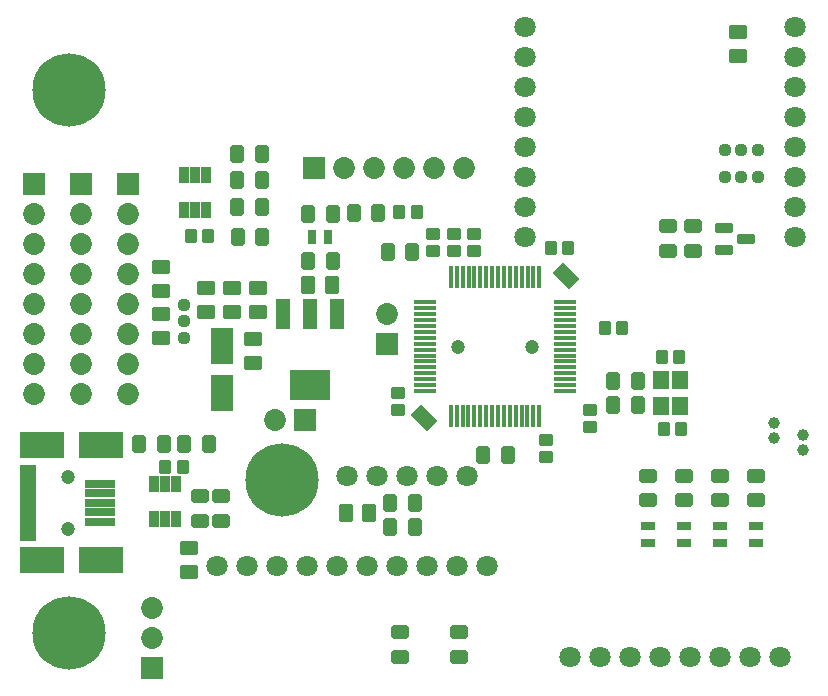
<source format=gbr>
%TF.GenerationSoftware,Altium Limited,Altium Designer,25.3.3 (18)*%
G04 Layer_Color=8388736*
%FSLAX45Y45*%
%MOMM*%
%TF.SameCoordinates,566CE66E-0970-42B3-A130-ADE81A1B3EF9*%
%TF.FilePolarity,Negative*%
%TF.FileFunction,Soldermask,Top*%
%TF.Part,Single*%
G01*
G75*
%TA.AperFunction,SMDPad,CuDef*%
G04:AMPARAMS|DCode=55|XSize=1.5032mm|YSize=1.1032mm|CornerRadius=0.1916mm|HoleSize=0mm|Usage=FLASHONLY|Rotation=90.000|XOffset=0mm|YOffset=0mm|HoleType=Round|Shape=RoundedRectangle|*
%AMROUNDEDRECTD55*
21,1,1.50320,0.72000,0,0,90.0*
21,1,1.12000,1.10320,0,0,90.0*
1,1,0.38320,0.36000,0.56000*
1,1,0.38320,0.36000,-0.56000*
1,1,0.38320,-0.36000,-0.56000*
1,1,0.38320,-0.36000,0.56000*
%
%ADD55ROUNDEDRECTD55*%
G04:AMPARAMS|DCode=56|XSize=1.5032mm|YSize=1.1032mm|CornerRadius=0.1916mm|HoleSize=0mm|Usage=FLASHONLY|Rotation=0.000|XOffset=0mm|YOffset=0mm|HoleType=Round|Shape=RoundedRectangle|*
%AMROUNDEDRECTD56*
21,1,1.50320,0.72000,0,0,0.0*
21,1,1.12000,1.10320,0,0,0.0*
1,1,0.38320,0.56000,-0.36000*
1,1,0.38320,-0.56000,-0.36000*
1,1,0.38320,-0.56000,0.36000*
1,1,0.38320,0.56000,0.36000*
%
%ADD56ROUNDEDRECTD56*%
G04:AMPARAMS|DCode=57|XSize=1.6032mm|YSize=1.1532mm|CornerRadius=0.1966mm|HoleSize=0mm|Usage=FLASHONLY|Rotation=180.000|XOffset=0mm|YOffset=0mm|HoleType=Round|Shape=RoundedRectangle|*
%AMROUNDEDRECTD57*
21,1,1.60320,0.76000,0,0,180.0*
21,1,1.21000,1.15320,0,0,180.0*
1,1,0.39320,-0.60500,0.38000*
1,1,0.39320,0.60500,0.38000*
1,1,0.39320,0.60500,-0.38000*
1,1,0.39320,-0.60500,-0.38000*
%
%ADD57ROUNDEDRECTD57*%
G04:AMPARAMS|DCode=58|XSize=0.8032mm|YSize=1.6032mm|CornerRadius=0.1616mm|HoleSize=0mm|Usage=FLASHONLY|Rotation=90.000|XOffset=0mm|YOffset=0mm|HoleType=Round|Shape=RoundedRectangle|*
%AMROUNDEDRECTD58*
21,1,0.80320,1.28000,0,0,90.0*
21,1,0.48000,1.60320,0,0,90.0*
1,1,0.32320,0.64000,0.24000*
1,1,0.32320,0.64000,-0.24000*
1,1,0.32320,-0.64000,-0.24000*
1,1,0.32320,-0.64000,0.24000*
%
%ADD58ROUNDEDRECTD58*%
G04:AMPARAMS|DCode=59|XSize=0.9652mm|YSize=0.9652mm|CornerRadius=0.2921mm|HoleSize=0mm|Usage=FLASHONLY|Rotation=90.000|XOffset=0mm|YOffset=0mm|HoleType=Round|Shape=RoundedRectangle|*
%AMROUNDEDRECTD59*
21,1,0.96520,0.38100,0,0,90.0*
21,1,0.38100,0.96520,0,0,90.0*
1,1,0.58420,0.19050,0.19050*
1,1,0.58420,0.19050,-0.19050*
1,1,0.58420,-0.19050,-0.19050*
1,1,0.58420,-0.19050,0.19050*
%
%ADD59ROUNDEDRECTD59*%
G04:AMPARAMS|DCode=60|XSize=1.1532mm|YSize=1.0532mm|CornerRadius=0.1866mm|HoleSize=0mm|Usage=FLASHONLY|Rotation=90.000|XOffset=0mm|YOffset=0mm|HoleType=Round|Shape=RoundedRectangle|*
%AMROUNDEDRECTD60*
21,1,1.15320,0.68000,0,0,90.0*
21,1,0.78000,1.05320,0,0,90.0*
1,1,0.37320,0.34000,0.39000*
1,1,0.37320,0.34000,-0.39000*
1,1,0.37320,-0.34000,-0.39000*
1,1,0.37320,-0.34000,0.39000*
%
%ADD60ROUNDEDRECTD60*%
%ADD61R,0.85320X1.40320*%
G04:AMPARAMS|DCode=62|XSize=1.2032mm|YSize=2.0032mm|CornerRadius=0mm|HoleSize=0mm|Usage=FLASHONLY|Rotation=225.000|XOffset=0mm|YOffset=0mm|HoleType=Round|Shape=Rectangle|*
%AMROTATEDRECTD62*
4,1,4,-0.28284,1.13364,1.13364,-0.28284,0.28284,-1.13364,-1.13364,0.28284,-0.28284,1.13364,0.0*
%
%ADD62ROTATEDRECTD62*%

%ADD63R,0.42320X1.90320*%
%ADD64R,1.90320X0.42320*%
%ADD65R,1.20320X0.80320*%
G04:AMPARAMS|DCode=66|XSize=1.6032mm|YSize=1.1532mm|CornerRadius=0.1966mm|HoleSize=0mm|Usage=FLASHONLY|Rotation=90.000|XOffset=0mm|YOffset=0mm|HoleType=Round|Shape=RoundedRectangle|*
%AMROUNDEDRECTD66*
21,1,1.60320,0.76000,0,0,90.0*
21,1,1.21000,1.15320,0,0,90.0*
1,1,0.39320,0.38000,0.60500*
1,1,0.39320,0.38000,-0.60500*
1,1,0.39320,-0.38000,-0.60500*
1,1,0.39320,-0.38000,0.60500*
%
%ADD66ROUNDEDRECTD66*%
G04:AMPARAMS|DCode=67|XSize=1.1532mm|YSize=1.0532mm|CornerRadius=0.1866mm|HoleSize=0mm|Usage=FLASHONLY|Rotation=180.000|XOffset=0mm|YOffset=0mm|HoleType=Round|Shape=RoundedRectangle|*
%AMROUNDEDRECTD67*
21,1,1.15320,0.68000,0,0,180.0*
21,1,0.78000,1.05320,0,0,180.0*
1,1,0.37320,-0.39000,0.34000*
1,1,0.37320,0.39000,0.34000*
1,1,0.37320,0.39000,-0.34000*
1,1,0.37320,-0.39000,-0.34000*
%
%ADD67ROUNDEDRECTD67*%
%ADD68R,0.80320X1.20320*%
%ADD69R,1.90320X3.10320*%
%ADD70R,1.20320X2.55320*%
%ADD71R,3.50320X2.55320*%
G04:AMPARAMS|DCode=72|XSize=0.9652mm|YSize=0.9652mm|CornerRadius=0.2921mm|HoleSize=0mm|Usage=FLASHONLY|Rotation=180.000|XOffset=0mm|YOffset=0mm|HoleType=Round|Shape=RoundedRectangle|*
%AMROUNDEDRECTD72*
21,1,0.96520,0.38100,0,0,180.0*
21,1,0.38100,0.96520,0,0,180.0*
1,1,0.58420,-0.19050,0.19050*
1,1,0.58420,0.19050,0.19050*
1,1,0.58420,0.19050,-0.19050*
1,1,0.58420,-0.19050,-0.19050*
%
%ADD72ROUNDEDRECTD72*%
%ADD73R,1.35320X1.60320*%
%ADD74R,2.50320X0.71120*%
%ADD75R,3.70320X2.20320*%
%ADD76R,1.40320X6.40320*%
%TA.AperFunction,ComponentPad*%
%ADD77R,1.85320X1.85320*%
%ADD78C,1.85320*%
%ADD79C,1.80320*%
%ADD80C,1.20320*%
%ADD81R,1.85320X1.85320*%
%ADD82C,6.20000*%
%TA.AperFunction,ViaPad*%
%ADD83C,1.00320*%
D55*
X4205000Y2210000D02*
D03*
X4415000D02*
D03*
X1879600Y2298700D02*
D03*
X1669600D02*
D03*
X1498600D02*
D03*
X1288600D02*
D03*
X2930000Y4250000D02*
D03*
X2720000D02*
D03*
X3318100Y4254500D02*
D03*
X3108100D02*
D03*
X3420000Y1600000D02*
D03*
X3630000D02*
D03*
X3420000Y1800000D02*
D03*
X3630000D02*
D03*
X3605000Y3925000D02*
D03*
X3395000D02*
D03*
X2930000Y3850000D02*
D03*
X2720000D02*
D03*
X2125000Y4050000D02*
D03*
X2335000D02*
D03*
X2120000Y4310000D02*
D03*
X2330000D02*
D03*
X2120000Y4535000D02*
D03*
X2330000D02*
D03*
X2120000Y4760000D02*
D03*
X2330000D02*
D03*
X5307800Y2832100D02*
D03*
X5517800D02*
D03*
X5307800Y2628900D02*
D03*
X5517800D02*
D03*
D56*
X5765800Y4143600D02*
D03*
Y3933600D02*
D03*
X5981700D02*
D03*
Y4143600D02*
D03*
X1808000Y1857600D02*
D03*
Y1647600D02*
D03*
X1985800Y1857600D02*
D03*
Y1647600D02*
D03*
X3500000Y495000D02*
D03*
Y705000D02*
D03*
X4000000Y495000D02*
D03*
Y705000D02*
D03*
X6517300Y2033300D02*
D03*
Y1823300D02*
D03*
X5602900Y2033300D02*
D03*
Y1823300D02*
D03*
X5907700Y2033300D02*
D03*
Y1823300D02*
D03*
X6212500Y2033300D02*
D03*
Y1823300D02*
D03*
D57*
X6362700Y5589600D02*
D03*
Y5789600D02*
D03*
X1710000Y1220000D02*
D03*
Y1420000D02*
D03*
X2260000Y2990000D02*
D03*
Y3190000D02*
D03*
X1473200Y3402000D02*
D03*
Y3202000D02*
D03*
X2080000Y3420000D02*
D03*
Y3620000D02*
D03*
X1860000Y3420000D02*
D03*
Y3620000D02*
D03*
X1473200Y3595700D02*
D03*
Y3795700D02*
D03*
X2300000Y3420000D02*
D03*
Y3620000D02*
D03*
D58*
X6242300Y3943600D02*
D03*
Y4133600D02*
D03*
X6432300Y4038600D02*
D03*
D59*
X1670000Y3200300D02*
D03*
Y3340000D02*
D03*
Y3479700D02*
D03*
D60*
X1727500Y4060000D02*
D03*
X1872500D02*
D03*
X1515000Y2108200D02*
D03*
X1660000D02*
D03*
X4777500Y3960000D02*
D03*
X4922500D02*
D03*
X5237500Y3280000D02*
D03*
X5382500D02*
D03*
X3496200Y4267200D02*
D03*
X3641200D02*
D03*
X5721300Y3035300D02*
D03*
X5866300D02*
D03*
X5879000Y2425700D02*
D03*
X5734000D02*
D03*
D61*
X1416300Y1668600D02*
D03*
X1511300D02*
D03*
X1606300D02*
D03*
Y1963600D02*
D03*
X1511300D02*
D03*
X1416300D02*
D03*
X1670300Y4279700D02*
D03*
X1765300D02*
D03*
X1860300D02*
D03*
Y4574700D02*
D03*
X1765300D02*
D03*
X1670300D02*
D03*
D62*
X4905300Y3724200D02*
D03*
X3705300Y2524200D02*
D03*
D63*
X3980650Y3714350D02*
D03*
X3930650D02*
D03*
X4030650D02*
D03*
X4230649D02*
D03*
X4180649D02*
D03*
X4280649D02*
D03*
X4080649D02*
D03*
X4130649D02*
D03*
X4530649D02*
D03*
X4480649D02*
D03*
X4580648D02*
D03*
X4380649D02*
D03*
X4330649D02*
D03*
X4430649D02*
D03*
X4680648D02*
D03*
X4630648D02*
D03*
X4079951Y2534050D02*
D03*
X4029951D02*
D03*
X4129951D02*
D03*
X3929951D02*
D03*
X3979951D02*
D03*
X4329950D02*
D03*
X4279951D02*
D03*
X4379950D02*
D03*
X4179951D02*
D03*
X4229951D02*
D03*
X4579950D02*
D03*
X4529950D02*
D03*
X4629950D02*
D03*
X4429950D02*
D03*
X4479950D02*
D03*
X4679950D02*
D03*
D64*
X3715150Y3249548D02*
D03*
Y3199549D02*
D03*
Y3299548D02*
D03*
Y3099549D02*
D03*
Y3149549D02*
D03*
Y3449548D02*
D03*
Y3399548D02*
D03*
Y3499548D02*
D03*
Y3349548D02*
D03*
X4895450Y3199549D02*
D03*
Y3149549D02*
D03*
Y3249548D02*
D03*
Y3099549D02*
D03*
Y3449548D02*
D03*
Y3399548D02*
D03*
Y3499548D02*
D03*
Y3299548D02*
D03*
Y3349548D02*
D03*
X3715150Y2949549D02*
D03*
Y2899549D02*
D03*
Y2999549D02*
D03*
Y2849549D02*
D03*
Y2799550D02*
D03*
Y3049549D02*
D03*
X3715150Y2749550D02*
D03*
X4895450Y2799549D02*
D03*
Y2849549D02*
D03*
Y2749550D02*
D03*
Y2999549D02*
D03*
Y2949549D02*
D03*
Y3049549D02*
D03*
Y2899549D02*
D03*
D65*
X6517300Y1604600D02*
D03*
Y1464600D02*
D03*
X5602900Y1604600D02*
D03*
Y1464600D02*
D03*
X5907700Y1604600D02*
D03*
Y1464600D02*
D03*
X6212500Y1604600D02*
D03*
Y1464600D02*
D03*
D66*
X3040000Y1720000D02*
D03*
X3240000D02*
D03*
X2725000Y3650000D02*
D03*
X2925000D02*
D03*
D67*
X4130000Y4082500D02*
D03*
Y3937500D02*
D03*
X3960000D02*
D03*
Y4082500D02*
D03*
X3780000Y3937500D02*
D03*
Y4082500D02*
D03*
X3480000Y2732500D02*
D03*
Y2587500D02*
D03*
X4740000Y2332500D02*
D03*
Y2187500D02*
D03*
X5110000Y2447500D02*
D03*
Y2592500D02*
D03*
D68*
X2755000Y4050000D02*
D03*
X2895000D02*
D03*
D69*
X1993900Y3133700D02*
D03*
Y2733700D02*
D03*
D70*
X2507503Y3404903D02*
D03*
X2967503D02*
D03*
X2737503D02*
D03*
D71*
Y2799903D02*
D03*
D72*
X6527800Y4787900D02*
D03*
X6388100D02*
D03*
X6248400D02*
D03*
X6527800Y4559300D02*
D03*
X6388100D02*
D03*
X6248400D02*
D03*
D73*
X5713800Y2620500D02*
D03*
Y2840500D02*
D03*
X5873800D02*
D03*
Y2620500D02*
D03*
D74*
X961200Y1963420D02*
D03*
Y1883410D02*
D03*
Y1803400D02*
D03*
Y1723390D02*
D03*
Y1643380D02*
D03*
D75*
X966200Y1318420D02*
D03*
Y2288420D02*
D03*
X466200Y1318420D02*
D03*
Y2288420D02*
D03*
D76*
X351200Y1803690D02*
D03*
D77*
X1400000Y400000D02*
D03*
X3390900Y3149600D02*
D03*
X1200000Y4500000D02*
D03*
X800000D02*
D03*
X399999D02*
D03*
D78*
X1400000Y654000D02*
D03*
Y908000D02*
D03*
X3390900Y3403600D02*
D03*
X3784600Y4635500D02*
D03*
X4038600D02*
D03*
X3022600D02*
D03*
X3530600D02*
D03*
X3276600D02*
D03*
X2446000Y2500000D02*
D03*
X1200000Y2976000D02*
D03*
Y2722000D02*
D03*
Y3484000D02*
D03*
Y3992000D02*
D03*
Y4246000D02*
D03*
Y3738000D02*
D03*
Y3230000D02*
D03*
X800000Y2976000D02*
D03*
Y2722000D02*
D03*
Y3484000D02*
D03*
Y3992000D02*
D03*
Y4246000D02*
D03*
Y3738000D02*
D03*
Y3230000D02*
D03*
X399999Y3484000D02*
D03*
Y3738000D02*
D03*
Y3230000D02*
D03*
Y4246000D02*
D03*
Y3992000D02*
D03*
Y2976000D02*
D03*
Y2722000D02*
D03*
D79*
X4557000Y4305300D02*
D03*
Y4051300D02*
D03*
Y4559300D02*
D03*
Y4813300D02*
D03*
Y5067300D02*
D03*
Y5321300D02*
D03*
Y5575300D02*
D03*
Y5829300D02*
D03*
X6843000D02*
D03*
Y5575300D02*
D03*
Y5321300D02*
D03*
Y5067300D02*
D03*
Y4813300D02*
D03*
Y4559300D02*
D03*
Y4305300D02*
D03*
Y4051300D02*
D03*
X5700000Y500000D02*
D03*
X5446000D02*
D03*
X5954000D02*
D03*
X5192000D02*
D03*
X4938000D02*
D03*
X6716000D02*
D03*
X6208000D02*
D03*
X6462000D02*
D03*
X1950000Y1270000D02*
D03*
X2204000D02*
D03*
X2458000D02*
D03*
X2712000D02*
D03*
X2966000D02*
D03*
X3220000D02*
D03*
X3474000D02*
D03*
X3728000D02*
D03*
X3982000D02*
D03*
X4236000D02*
D03*
X3810000Y2032000D02*
D03*
X4064000D02*
D03*
X3556000D02*
D03*
X3302000D02*
D03*
X3048000D02*
D03*
D80*
X3995300Y3124200D02*
D03*
X4615300D02*
D03*
X686200Y2023110D02*
D03*
Y1583690D02*
D03*
D81*
X2768600Y4635500D02*
D03*
X2700000Y2500000D02*
D03*
D82*
X700000Y700000D02*
D03*
Y5300000D02*
D03*
X2500000Y2000000D02*
D03*
D83*
X6670000Y2480000D02*
D03*
X6910000Y2380000D02*
D03*
Y2250000D02*
D03*
X6670000Y2350000D02*
D03*
%TF.MD5,8bc6e2442a5034fac627385f4694fd4d*%
M02*

</source>
